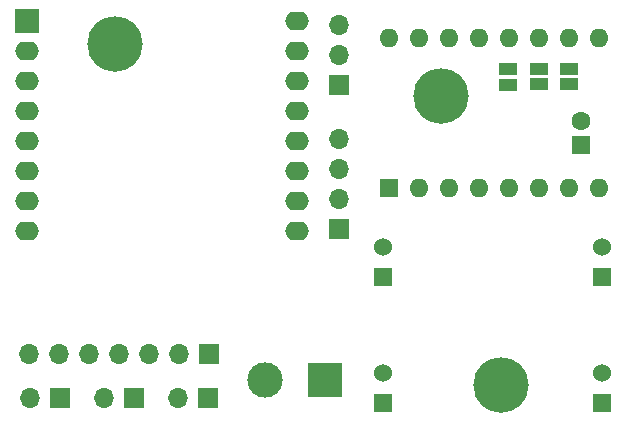
<source format=gts>
%TF.GenerationSoftware,KiCad,Pcbnew,6.0.2+dfsg-1*%
%TF.CreationDate,2022-08-03T16:07:21+02:00*%
%TF.ProjectId,EspStepperV1,45737053-7465-4707-9065-7256312e6b69,rev?*%
%TF.SameCoordinates,Original*%
%TF.FileFunction,Soldermask,Top*%
%TF.FilePolarity,Negative*%
%FSLAX46Y46*%
G04 Gerber Fmt 4.6, Leading zero omitted, Abs format (unit mm)*
G04 Created by KiCad (PCBNEW 6.0.2+dfsg-1) date 2022-08-03 16:07:21*
%MOMM*%
%LPD*%
G01*
G04 APERTURE LIST*
%ADD10C,1.600000*%
%ADD11R,1.600000X1.600000*%
%ADD12R,2.000000X2.000000*%
%ADD13O,2.000000X1.600000*%
%ADD14C,1.524000*%
%ADD15R,1.524000X1.524000*%
%ADD16R,1.500000X1.000000*%
%ADD17O,1.600000X1.600000*%
%ADD18R,1.700000X1.700000*%
%ADD19O,1.700000X1.700000*%
%ADD20R,3.000000X3.000000*%
%ADD21C,3.000000*%
%ADD22C,3.100000*%
%ADD23C,4.700000*%
G04 APERTURE END LIST*
D10*
%TO.C,C1*%
X94500000Y-84355113D03*
D11*
X94500000Y-86355113D03*
%TD*%
D12*
%TO.C,WeMos_D1*%
X47555000Y-75910000D03*
D13*
X47555000Y-78450000D03*
X47555000Y-80990000D03*
X47555000Y-83530000D03*
X47555000Y-86070000D03*
X47555000Y-88610000D03*
X47555000Y-91150000D03*
X47555000Y-93690000D03*
X70415000Y-93690000D03*
X70415000Y-91150000D03*
X70415000Y-88610000D03*
X70415000Y-86070000D03*
X70415000Y-83530000D03*
X70415000Y-80990000D03*
X70415000Y-78450000D03*
X70415000Y-75910000D03*
%TD*%
D14*
%TO.C,MT1584*%
X77729000Y-94996000D03*
D15*
X77729000Y-108204000D03*
D14*
X96271000Y-94996000D03*
D15*
X96271000Y-108204000D03*
X96271000Y-97536000D03*
X77729000Y-97536000D03*
D14*
X77729000Y-105664000D03*
X96271000Y-105664000D03*
%TD*%
D16*
%TO.C,MS3*%
X88300000Y-81250000D03*
X88300000Y-79950000D03*
%TD*%
%TO.C,MS2*%
X90900000Y-81200000D03*
X90900000Y-79900000D03*
%TD*%
%TO.C,MS1*%
X93500000Y-79900000D03*
X93500000Y-81200000D03*
%TD*%
D17*
%TO.C,A4988*%
X78210000Y-77340000D03*
X80750000Y-77340000D03*
X83290000Y-77340000D03*
X85830000Y-77340000D03*
X88370000Y-77340000D03*
X90910000Y-77340000D03*
X93450000Y-77340000D03*
X95990000Y-77340000D03*
X95990000Y-90040000D03*
X93450000Y-90040000D03*
X90910000Y-90040000D03*
X88370000Y-90040000D03*
X85830000Y-90040000D03*
X83290000Y-90040000D03*
X80750000Y-90040000D03*
D11*
X78210000Y-90040000D03*
%TD*%
D18*
%TO.C,J4*%
X74000000Y-81325000D03*
D19*
X74000000Y-78785000D03*
X74000000Y-76245000D03*
%TD*%
D18*
%TO.C,J7*%
X62900000Y-107800000D03*
D19*
X60360000Y-107800000D03*
%TD*%
D18*
%TO.C,J1*%
X63000000Y-104100000D03*
D19*
X60460000Y-104100000D03*
X57920000Y-104100000D03*
X55380000Y-104100000D03*
X52840000Y-104100000D03*
X50300000Y-104100000D03*
X47760000Y-104100000D03*
%TD*%
D20*
%TO.C,J5*%
X72790000Y-106250000D03*
D21*
X67710000Y-106250000D03*
%TD*%
D18*
%TO.C,J6*%
X50400000Y-107800000D03*
D19*
X47860000Y-107800000D03*
%TD*%
D18*
%TO.C,J3*%
X74000000Y-93500000D03*
D19*
X74000000Y-90960000D03*
X74000000Y-88420000D03*
X74000000Y-85880000D03*
%TD*%
%TO.C,J2*%
X54060000Y-107800000D03*
D18*
X56600000Y-107800000D03*
%TD*%
D22*
%TO.C,H3*%
X55000000Y-77800000D03*
D23*
X55000000Y-77800000D03*
%TD*%
%TO.C,H2*%
X87700000Y-106700000D03*
D22*
X87700000Y-106700000D03*
%TD*%
D23*
%TO.C,H1*%
X82600000Y-82200000D03*
D22*
X82600000Y-82200000D03*
%TD*%
M02*

</source>
